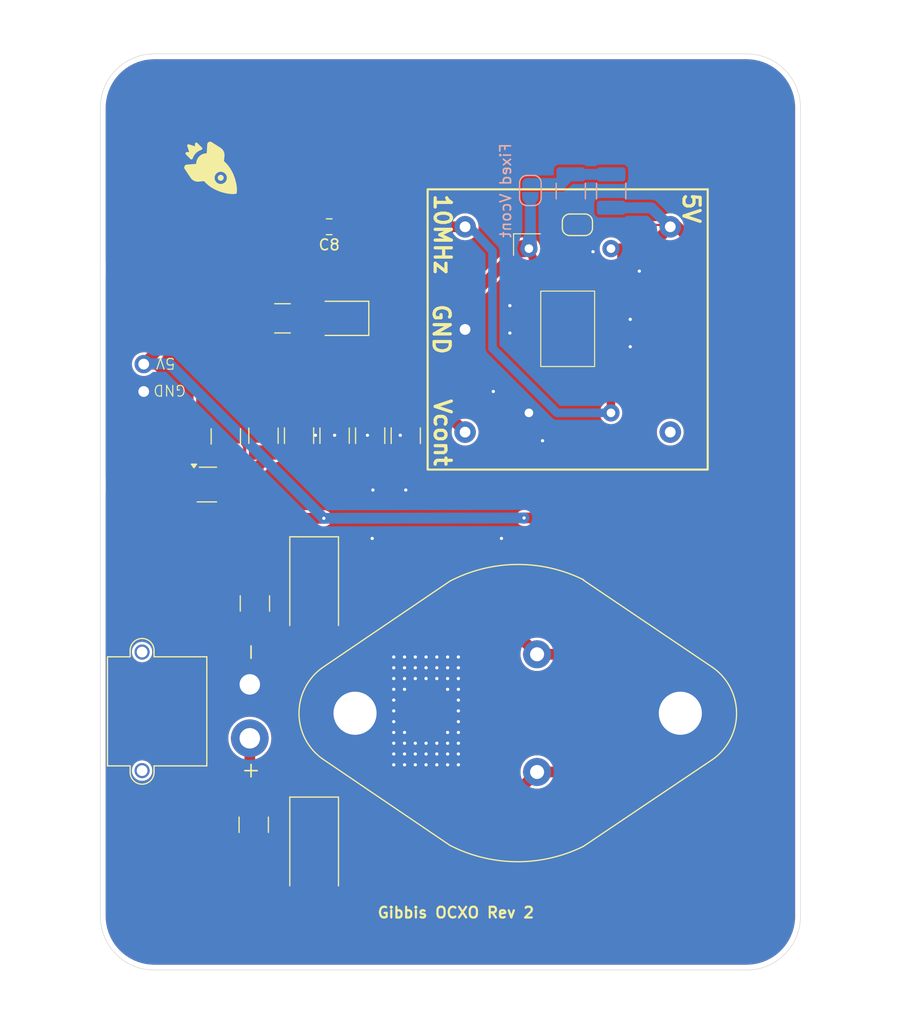
<source format=kicad_pcb>
(kicad_pcb (version 20240108) (generator "pcbnew") (generator_version "8.0")
  (layers (0 "F.Cu" signal) (31 "B.Cu" signal) (34 "B.Paste" user) (35 "F.Paste" user) (36 "B.SilkS" user "B.Silkscreen") (37 "F.SilkS" user "F.Silkscreen") (38 "B.Mask" user) (39 "F.Mask" user) (44 "Edge.Cuts" user))
  (net 0 "")
  (net 1 "Net-(U1-IN)")
  (net 2 "GND")
  (net 3 "Vcont")
  (net 4 "5V")
  (net 5 "Net-(C6-Pad2)")
  (net 7 "10MHz")
  (net 8 "Net-(D1-A)")
  (net 9 "Net-(OCXO1-10MHz)")
  (net 10 "Net-(Vcont1-In)")
  (net 11 "Net-(FixedVcont1-B)")
  (net 12 "Net-(FixedVcont1-A)")
  (footprint "Diode_SMD:D_1210_3225Metric_Pad1.42x2.65mm_HandSolder" (layer "F.Cu") (at 112.464466 74.535534 180)
    (property "Reference" "D1" (hide yes))
    (property "Value" "LED" (hide yes))
    (pad "1" smd roundrect (at -1.4875 0 180) (size 1.425 2.65) (layers "F.Cu" "F.Paste" "F.Mask") (roundrect_rratio 0.175439) (net 2 "GND"))
    (pad "2" smd roundrect (at 1.4875 0 180) (size 1.425 2.65) (layers "F.Cu" "F.Paste" "F.Mask") (roundrect_rratio 0.175439) (net 8 "Net-(D1-A)"))
  )
  (footprint "Capacitor_SMD:C_1210_3225Metric_Pad1.33x2.70mm_HandSolder" (layer "F.Cu") (at 101.65 85.4875 -90)
    (property "Reference" "C7" (hide yes))
    (property "Value" "C" (hide yes))
    (pad "1" smd roundrect (at -1.5625 0 270) (size 1.325 2.7) (layers "F.Cu" "F.Paste" "F.Mask") (roundrect_rratio 0.188679) (net 2 "GND"))
    (pad "2" smd roundrect (at 1.5625 0 270) (size 1.325 2.7) (layers "F.Cu" "F.Paste" "F.Mask") (roundrect_rratio 0.188679) (net 4 "5V"))
  )
  (footprint "gibbi:MULTI_XO" (layer "F.Cu") (at 133.386793 75.565707 -90)
    (property "Reference" "OCXO1" (hide yes))
    (property "Value" "~" (hide yes))
    (fp_line (start -6.7 3.25) (end -3.440004 2.499971) (stroke (width 0.8)) (layer "F.Cu"))
    (fp_line (start 0 1) (end 0 0.5) (stroke (width 0.2)) (layer "F.Cu"))
    (fp_line (start 2.54 1) (end 2.54 0) (stroke (width 0.4)) (layer "F.Cu"))
    (fp_line (start -9.7 0.5) (end -9.7 -0.2) (stroke (width 0.2)) (layer "F.Cu"))
    (fp_line (start 0 0.5) (end -9.7 0.5) (stroke (width 0.2)) (layer "F.Cu"))
    (fp_line (start -5.46 0) (end -5.46 -2) (stroke (width 0.4)) (layer "F.Cu"))
    (fp_line (start 2.54 -0.02) (end -5.46 -0.02) (stroke (width 0.4)) (layer "F.Cu"))
    (fp_line (start -9.7 -1.4) (end -9.7 -8.6) (stroke (width 0.2)) (layer "F.Cu"))
    (fp_line (start 3.025 -3.475) (end 3.44 -4) (stroke (width 0.8)) (layer "F.Cu"))
    (fp_line (start 3.44 -4) (end 7.74 -4.02) (stroke (width 0.8)) (layer "F.Cu"))
    (fp_line (start -7.475 -7.475) (end -7.475 -4.475) (stroke (width 1)) (layer "F.Cu"))
    (fp_line (start -8.975 -8.975) (end -7.475 -7.475) (stroke (width 1)) (layer "F.Cu"))
    (fp_rect (start -7.3 -5.2) (end -3.44 -4.6) (fill solid) (layer "F.Cu"))
    (fp_rect (start -3.44 -5.2) (end -2.9 -4) (fill solid) (layer "F.Cu"))
    (fp_line (start -7.26 6.98) (end -10.025 9.525) (stroke (width 0.8)) (layer "B.Cu"))
    (fp_line (start 1.74 6.98) (end -7.26 6.98) (stroke (width 0.8)) (layer "B.Cu"))
    (fp_line (start 7.74 0.98) (end 1.74 6.98) (stroke (width 0.8)) (layer "B.Cu"))
    (fp_line (start 7.74 -4.02) (end 7.74 0.98) (stroke (width 0.8)) (layer "B.Cu"))
    (fp_text user "Vcont" (at 6.3 12.5 -90) (layer "F.SilkS") (effects (font (size 1.5 1.5) (thickness 0.3) (bold yes)) (justify left bottom)))
    (fp_text user "5V" (at -12.8 -10.6 -90) (layer "F.SilkS") (effects (font (size 1.5 1.5) (thickness 0.3) (bold yes)) (justify left bottom)))
    (fp_text user "GND" (at -2.5 12.599999 -90) (layer "F.SilkS") (effects (font (size 1.5 1.5) (thickness 0.3) (bold yes)) (justify left bottom)))
    (fp_text user "10MHz" (at -12.7 12.5 -90) (layer "F.SilkS") (effects (font (size 1.5 1.5) (thickness 0.3) (bold yes)) (justify left bottom)))
    (pad "" thru_hole circle (at -7.5 -4.02 270) (size 1.6 1.6) (drill 0.8) (layers "*.Cu" "*.Mask"))
    (pad "" smd rect (at -2.54 -2.5 90) (size 1.8 3) (layers "F.Cu" "F.Paste" "F.Mask"))
    (pad "" smd rect (at -2.54 2.5 270) (size 1.8 3) (layers "F.Cu" "F.Paste" "F.Mask"))
    (pad "" smd rect (at 0 -2.5 270) (size 1.8 3) (layers "F.Cu" "F.Paste" "F.Mask"))
    (pad "" smd rect (at 0 2.5 270) (size 1.8 3) (layers "F.Cu" "F.Paste" "F.Mask"))
    (pad "" smd rect (at 2.54 -2.5 270) (size 1.8 3) (layers "F.Cu" "F.Paste" "F.Mask"))
    (pad "" thru_hole circle (at 7.74 -4.02 270) (size 1.6 1.6) (drill 0.8) (layers "*.Cu" "*.Mask"))
    (pad "1" thru_hole circle (at -9.525 9.525 270) (size 2 2) (drill 1) (layers "*.Cu" "*.Mask") (net 9 "Net-(OCXO1-10MHz)"))
    (pad "2" thru_hole circle (at 0 9.525 270) (size 2 2) (drill 1) (layers "*.Cu" "*.Mask") (net 2 "GND"))
    (pad "2" smd rect (at 2.54 2.5 270) (size 1.8 3) (layers "F.Cu" "F.Paste" "F.Mask") (net 2 "GND"))
    (pad "2" thru_hole circle (at 7.74 3.6 270) (size 1.6 1.6) (drill 0.8) (layers "*.Cu" "*.Mask") (net 2 "GND"))
    (pad "3" thru_hole circle (at -7.5 3.6 270) (size 1.6 1.6) (drill 0.8) (layers "*.Cu" "*.Mask") (net 11 "Net-(FixedVcont1-B)"))
    (pad "3" thru_hole circle (at 9.525 9.525 270) (size 2 2) (drill 1) (layers "*.Cu" "*.Mask") (net 11 "Net-(FixedVcont1-B)"))
    (pad "4" thru_hole circle (at 9.525 -9.525 270) (size 2 2) (drill 1) (layers "*.Cu" "*.Mask"))
    (pad "5" thru_hole circle (at -9.525 -9.525 270) (size 2 2) (drill 1) (layers "*.Cu" "*.Mask") (net 4 "5V"))
  )
  (footprint "gibbi_custom:SMA_EDGE_GIBBI" (layer "F.Cu") (at 95 70)
    (property "Reference" "10MHz1" (hide yes))
    (property "Value" "10MHz" (hide yes))
    (pad "1" smd roundrect (at -1.72 0) (size 5.08 1) (layers "F.Cu" "F.Paste" "F.Mask") (net 7 "10MHz"))
    (pad "2" smd roundrect (at -1.72 -4.38) (size 5.08 2.42) (layers "F.Cu" "F.Paste" "F.Mask") (roundrect_rratio 0.1033057851) (net 2 "GND"))
    (pad "2" smd roundrect (at -1.72 -4.38) (size 5.08 2.42) (layers "B.Cu" "B.Paste" "B.Mask") (roundrect_rratio 0.1033057851) (net 2 "GND"))
    (pad "2" smd roundrect (at -1.72 4.38) (size 5.08 2.42) (layers "F.Cu" "F.Paste" "F.Mask") (roundrect_rratio 0.1033057851) (net 2 "GND"))
    (pad "2" smd roundrect (at -1.72 4.38) (size 5.08 2.42) (layers "B.Cu" "B.Paste" "B.Mask") (roundrect_rratio 0.1033057851) (net 2 "GND"))
  )
  (footprint "Capacitor_Tantalum_SMD:CP_EIA-7343-43_Kemet-X_Pad2.25x2.55mm_HandSolder" (layer "F.Cu") (at 109.85 123.5375 -90)
    (property "Reference" "C2" (hide yes))
    (property "Value" "1000uf" (hide yes))
    (pad "1" smd roundrect (at -3.2 0 270) (size 2.25 2.55) (layers "F.Cu" "F.Paste" "F.Mask") (roundrect_rratio 0.111111) (net 1 "Net-(U1-IN)"))
    (pad "2" smd roundrect (at 3.2 0 270) (size 2.25 2.55) (layers "F.Cu" "F.Paste" "F.Mask") (roundrect_rratio 0.111111) (net 2 "GND"))
  )
  (footprint "Resistor_SMD:R_1210_3225Metric_Pad1.30x2.65mm_HandSolder" (layer "F.Cu") (at 115.052 85.4215 -90)
    (property "Reference" "R5" (hide yes))
    (property "Value" "1202" (hide yes))
    (pad "1" smd roundrect (at -1.550001 0 270) (size 1.3 2.65) (layers "F.Cu" "F.Paste" "F.Mask") (roundrect_rratio 0.192308) (net 11 "Net-(FixedVcont1-B)"))
    (pad "2" smd roundrect (at 1.550001 0 270) (size 1.3 2.65) (layers "F.Cu" "F.Paste" "F.Mask") (roundrect_rratio 0.192308) (net 5 "Net-(C6-Pad2)"))
  )
  (footprint "gibbi:Simple5V" (layer "F.Cu") (at 94.027 81.324 180)
    (property "Reference" "J2" (hide yes))
    (property "Value" "5Vout" (hide yes))
    (fp_text user "GND" (at -4 0.7 180) (layer "F.SilkS") (effects (font (thickness 0.1)) (justify left bottom)))
    (fp_text user "5V" (at -3 3.2 180) (layer "F.SilkS") (effects (font (thickness 0.1)) (justify left bottom)))
    (pad "1" thru_hole roundrect (at 0 0 180) (size 1.7 1.7) (drill 1) (layers "*.Cu" "*.Mask") (roundrect_rratio 0.1470588235) (net 2 "GND"))
    (pad "2" thru_hole oval (at 0 2.54 180) (size 1.7 1.7) (drill 1) (layers "*.Cu" "*.Mask") (net 4 "5V"))
  )
  (footprint "Resistor_SMD:R_1210_3225Metric_Pad1.30x2.65mm_HandSolder" (layer "F.Cu") (at 106.914465 74.535534)
    (property "Reference" "R2" (hide yes))
    (property "Value" "R" (hide yes))
    (pad "1" smd roundrect (at -1.550001 0) (size 1.3 2.65) (layers "F.Cu" "F.Paste" "F.Mask") (roundrect_rratio 0.192308) (net 4 "5V"))
    (pad "2" smd roundrect (at 1.550001 0) (size 1.3 2.65) (layers "F.Cu" "F.Paste" "F.Mask") (roundrect_rratio 0.192308) (net 8 "Net-(D1-A)"))
  )
  (footprint "gibbi:TO-7805" (layer "F.Cu") (at 130.546 116.623 180)
    (property "Reference" "U1" (hide yes))
    (property "Value" "L7805" (hide yes))
    (pad "1" thru_hole circle (at 0 0 180) (size 2.6 2.6) (drill 1.3) (layers "*.Cu" "*.Mask") (net 1 "Net-(U1-IN)"))
    (pad "2" thru_hole circle (at -13.3 5.45 180) (size 6.35 6.35) (drill 4) (layers "*.Cu" "*.Mask") (net 2 "GND"))
    (pad "2" thru_hole circle (at 16.900001 5.45 180) (size 6.35 6.35) (drill 4) (layers "*.Cu" "*.Mask") (net 2 "GND"))
    (pad "3" thru_hole circle (at 0 10.92 180) (size 2.6 2.6) (drill 1.3) (layers "*.Cu" "*.Mask") (net 4 "5V"))
  )
  (footprint "Resistor_SMD:R_1210_3225Metric_Pad1.30x2.65mm_HandSolder" (layer "F.Cu") (at 118.354 85.4215 90)
    (property "Reference" "R6" (hide yes))
    (property "Value" "3302" (hide yes))
    (pad "1" smd roundrect (at -1.550001 0 90) (size 1.3 2.65) (layers "F.Cu" "F.Paste" "F.Mask") (roundrect_rratio 0.192308) (net 2 "GND"))
    (pad "2" smd roundrect (at 1.550001 0 90) (size 1.3 2.65) (layers "F.Cu" "F.Paste" "F.Mask") (roundrect_rratio 0.192308) (net 11 "Net-(FixedVcont1-B)"))
  )
  (footprint "Capacitor_Tantalum_SMD:CP_EIA-7343-43_Kemet-X_Pad2.25x2.55mm_HandSolder" (layer "F.Cu") (at 109.85 99.3875 -90)
    (property "Reference" "C3" (hide yes))
    (property "Value" "1000uf" (hide yes))
    (pad "1" smd roundrect (at -3.2 0 270) (size 2.25 2.55) (layers "F.Cu" "F.Paste" "F.Mask") (roundrect_rratio 0.111111) (net 4 "5V"))
    (pad "2" smd roundrect (at 3.2 0 270) (size 2.25 2.55) (layers "F.Cu" "F.Paste" "F.Mask") (roundrect_rratio 0.111111) (net 2 "GND"))
  )
  (footprint "Capacitor_SMD:C_0805_2012Metric_Pad1.18x1.45mm_HandSolder" (layer "F.Cu") (at 111.247107 66.0375 180)
    (property "Reference" "C8" (at 0 -1.679999 0) (layer "F.SilkS"))
    (property "Value" "C")
    (pad "1" smd roundrect (at -1.0375 0 180) (size 1.175 1.45) (layers "F.Cu" "F.Paste" "F.Mask") (roundrect_rratio 0.212766) (net 9 "Net-(OCXO1-10MHz)"))
    (pad "2" smd roundrect (at 1.0375 0 180) (size 1.175 1.45) (layers "F.Cu" "F.Paste" "F.Mask") (roundrect_rratio 0.212766) (net 7 "10MHz"))
  )
  (footprint "Jumper:SolderJumper-2_P1.3mm_Open_RoundedPad1.0x1.5mm" (layer "F.Cu") (at 134.290001 65.855)
    (property "Reference" "FixedVcont1" (hide yes))
    (property "Value" "Fixed Vcont" (hide yes))
    (pad "1" smd custom (at -0.649999 0) (size 1 0.5) (layers "F.Cu" "F.Mask") (net 12 "Net-(FixedVcont1-A)") (options (clearance outline) (anchor rect)) (primitives (gr_circle (center 0 0.25) (end 0.5 0.25) (width 0) (fill yes)) (gr_circle (center 0 -0.25) (end 0.5 -0.25) (width 0) (fill yes)) (gr_poly (pts (xy 0.5 0.75) (xy 0 0.75) (xy 0 -0.75) (xy 0.5 -0.75)) (width 0) (fill yes))))
    (pad "2" smd custom (at 0.649999 0) (size 1 0.5) (layers "F.Cu" "F.Mask") (net 11 "Net-(FixedVcont1-B)") (options (clearance outline) (anchor rect)) (primitives (gr_circle (center 0 0.25) (end 0.5 0.25) (width 0) (fill yes)) (gr_circle (center 0 -0.25) (end 0.5 -0.25) (width 0) (fill yes)) (gr_poly (pts (xy 0 0.75) (xy -0.5 0.75) (xy -0.5 -0.75) (xy 0 -0.75)) (width 0) (fill yes))))
  )
  (footprint "Capacitor_SMD:C_1210_3225Metric_Pad1.33x2.70mm_HandSolder" (layer "F.Cu") (at 105.146 85.4215 -90)
    (property "Reference" "C5" (hide yes))
    (property "Value" "225" (hide yes))
    (pad "1" smd roundrect (at -1.5625 0 270) (size 1.325 2.7) (layers "F.Cu" "F.Paste" "F.Mask") (roundrect_rratio 0.188679) (net 2 "GND"))
    (pad "2" smd roundrect (at 1.5625 0 270) (size 1.325 2.7) (layers "F.Cu" "F.Paste" "F.Mask") (roundrect_rratio 0.188679) (net 3 "Vcont"))
  )
  (footprint "Capacitor_SMD:C_1210_3225Metric_Pad1.33x2.70mm_HandSolder" (layer "F.Cu") (at 104.24 121.5175 -90)
    (property "Reference" "C1" (hide yes))
    (property "Value" "0.1uf" (hide yes))
    (pad "1" smd roundrect (at -1.5625 0 270) (size 1.325 2.7) (layers "F.Cu" "F.Paste" "F.Mask") (roundrect_rratio 0.188679) (net 1 "Net-(U1-IN)"))
    (pad "2" smd roundrect (at 1.5625 0 270) (size 1.325 2.7) (layers "F.Cu" "F.Paste" "F.Mask") (roundrect_rratio 0.188679) (net 2 "GND"))
  )
  (footprint "Capacitor_SMD:C_1210_3225Metric_Pad1.33x2.70mm_HandSolder" (layer "F.Cu") (at 104.35 100.9875 -90)
    (property "Reference" "C4" (hide yes))
    (property "Value" "0.1uf" (hide yes))
    (pad "1" smd roundrect (at -1.5625 0 270) (size 1.325 2.7) (layers "F.Cu" "F.Paste" "F.Mask") (roundrect_rratio 0.188679) (net 4 "5V"))
    (pad "2" smd roundrect (at 1.5625 0 270) (size 1.325 2.7) (layers "F.Cu" "F.Paste" "F.Mask") (roundrect_rratio 0.188679) (net 2 "GND"))
  )
  (footprint "Connector_AMASS:AMASS_XT30PW-M_1x02_P2.50mm_Horizontal" (layer "F.Cu") (at 103.876 108.497 90)
    (property "Reference" "J1" (hide yes))
    (property "Value" "DC Connector" (hide yes))
    (fp_text user "+" (at -8 0 90) (layer "F.SilkS") (effects (font (size 1.5 1.5))))
    (fp_text user "-" (at 3 0 90) (layer "F.SilkS") (effects (font (size 1.5 1.5))))
    (pad "" thru_hole circle (at -8 -10 90) (size 1.4 1.4) (drill 1) (layers "*.Cu" "*.Mask"))
    (pad "" thru_hole circle (at 3 -10 90) (size 1.4 1.4) (drill 1) (layers "*.Cu" "*.Mask"))
    (pad "1" thru_hole rect (at 0 0 90) (size 3.5 3.5) (drill 1.9) (layers "*.Cu" "*.Mask") (net 2 "GND"))
    (pad "2" thru_hole circle (at -5 0 90) (size 3.5 3.5) (drill 1.9) (layers "*.Cu" "*.Mask") (net 1 "Net-(U1-IN)"))
  )
  (footprint "gibbi_custom:SMA_EDGE_GIBBI" (layer "F.Cu") (at 95 90)
    (property "Reference" "Vcont1" (hide yes))
    (property "Value" "Vcont" (hide yes))
    (pad "1" smd roundrect (at -1.72 0) (size 5.08 1) (layers "F.Cu" "F.Paste" "F.Mask") (net 10 "Net-(Vcont1-In)"))
    (pad "2" smd roundrect (at -1.72 -4.38) (size 5.08 2.42) (layers "F.Cu" "F.Paste" "F.Mask") (roundrect_rratio 0.1033057851) (net 2 "GND"))
    (pad "2" smd roundrect (at -1.72 -4.38) (size 5.08 2.42) (layers "B.Cu" "B.Paste" "B.Mask") (roundrect_rratio 0.1033057851) (net 2 "GND"))
    (pad "2" smd roundrect (at -1.72 4.38) (size 5.08 2.42) (layers "F.Cu" "F.Paste" "F.Mask") (roundrect_rratio 0.1033057851) (net 2 "GND"))
    (pad "2" smd roundrect (at -1.72 4.38) (size 5.08 2.42) (layers "B.Cu" "B.Paste" "B.Mask") (roundrect_rratio 0.1033057851) (net 2 "GND"))
  )
  (footprint "Capacitor_SMD:C_1210_3225Metric_Pad1.33x2.70mm_HandSolder" (layer "F.Cu") (at 111.75 85.4215 -90)
    (property "Reference" "C6" (hide yes))
    (property "Value" "C" (hide yes))
    (pad "1" smd roundrect (at -1.5625 0 270) (size 1.325 2.7) (layers "F.Cu" "F.Paste" "F.Mask") (roundrect_rratio 0.188679) (net 2 "GND"))
    (pad "2" smd roundrect (at 1.5625 0 270) (size 1.325 2.7) (layers "F.Cu" "F.Paste" "F.Mask") (roundrect_rratio 0.188679) (net 5 "Net-(C6-Pad2)"))
  )
  (footprint "Resistor_SMD:R_1210_3225Metric_Pad1.30x2.65mm_HandSolder" (layer "F.Cu") (at 108.448 85.4215 90)
    (property "Reference" "R1" (hide yes))
    (property "Value" "1500" (hide yes))
    (pad "1" smd roundrect (at -1.550001 0 90) (size 1.3 2.65) (layers "F.Cu" "F.Paste" "F.Mask") (roundrect_rratio 0.192308) (net 5 "Net-(C6-Pad2)"))
    (pad "2" smd roundrect (at 1.550001 0 90) (size 1.3 2.65) (layers "F.Cu" "F.Paste" "F.Mask") (roundrect_rratio 0.192308) (net 3 "Vcont"))
  )
  (footprint "Package_TO_SOT_SMD:SOT-23-5_HandSoldering" (layer "F.Cu") (at 99.892 89.955)
    (property "Reference" "U2" (hide yes))
    (property "Value" "74AHCT1G125" (hide yes))
    (pad "1" smd roundrect (at -1.35 -0.95) (size 1.56 0.65) (layers "F.Cu" "F.Paste" "F.Mask") (net 2 "GND"))
    (pad "2" smd roundrect (at -1.35 0) (size 1.56 0.65) (layers "F.Cu" "F.Paste" "F.Mask") (net 10 "Net-(Vcont1-In)"))
    (pad "3" smd roundrect (at -1.35 0.95) (size 1.56 0.65) (layers "F.Cu" "F.Paste" "F.Mask") (net 2 "GND"))
    (pad "4" smd roundrect (at 1.35 0.95) (size 1.56 0.65) (layers "F.Cu" "F.Paste" "F.Mask") (net 3 "Vcont"))
    (pad "5" smd roundrect (at 1.35 -0.95) (size 1.56 0.65) (layers "F.Cu" "F.Paste" "F.Mask") (net 4 "5V"))
  )
  (footprint "Resistor_SMD:R_1210_3225Metric_Pad1.30x2.65mm_HandSolder" (layer "B.Cu") (at 133.675 62.725002 -90)
    (property "Reference" "R4" (hide yes))
    (property "Value" "R" (hide yes))
    (pad "1" smd roundrect (at -1.550001 0 270) (size 1.3 2.65) (layers "B.Cu" "B.Paste" "B.Mask") (roundrect_rratio 0.192308) (net 12 "Net-(FixedVcont1-A)"))
    (pad "2" smd roundrect (at 1.550001 0 270) (size 1.3 2.65) (layers "B.Cu" "B.Paste" "B.Mask") (roundrect_rratio 0.192308) (net 2 "GND"))
  )
  (footprint "Resistor_SMD:R_1210_3225Metric_Pad1.30x2.65mm_HandSolder" (layer "B.Cu") (at 137.425 62.725002 90)
    (property "Reference" "R3" (hide yes))
    (property "Value" "R" (hide yes))
    (pad "1" smd roundrect (at -1.550001 0 90) (size 1.3 2.65) (layers "B.Cu" "B.Paste" "B.Mask") (roundrect_rratio 0.192308) (net 4 "5V"))
    (pad "2" smd roundrect (at 1.550001 0 90) (size 1.3 2.65) (layers "B.Cu" "B.Paste" "B.Mask") (roundrect_rratio 0.192308) (net 12 "Net-(FixedVcont1-A)"))
  )
  (footprint "Jumper:SolderJumper-2_P1.3mm_Open_RoundedPad1.0x1.5mm" (layer "B.Cu") (at 129.925 62.675001 -90)
    (property "Reference" "FixedVcont1" (hide yes))
    (property "Value" "Fixed Vcont" (at 0 2.2965 90) (layer "B.SilkS") (effects (justify mirror)))
    (pad "1" smd custom (at -0.649999 0 270) (size 1 0.5) (layers "B.Cu" "B.Mask") (net 12 "Net-(FixedVcont1-A)") (options (clearance outline) (anchor rect)) (primitives (gr_circle (center 0 -0.25) (end 0.5 -0.25) (width 0) (fill yes)) (gr_circle (center 0 0.25) (end 0.5 0.25) (width 0) (fill yes)) (gr_poly (pts (xy 0.5 -0.75) (xy 0 -0.75) (xy 0 0.75) (xy 0.5 0.75)) (width 0) (fill yes))))
    (pad "2" smd custom (at 0.649999 0 270) (size 1 0.5) (layers "B.Cu" "B.Mask") (net 11 "Net-(FixedVcont1-B)") (options (clearance outline) (anchor rect)) (primitives (gr_circle (center 0 -0.25) (end 0.5 -0.25) (width 0) (fill yes)) (gr_circle (center 0 0.25) (end 0.5 0.25) (width 0) (fill yes)) (gr_poly (pts (xy 0 -0.75) (xy -0.5 -0.75) (xy -0.5 0.75) (xy 0 0.75)) (width 0) (fill yes))))
  )
  (gr_poly (pts (xy 101.360912 61.698921) (xy 101.350273 61.708056) (xy 101.339293 61.716562) (xy 101.327993 61.724436) (xy 101.316402 61.731679) (xy 101.30454 61.738297) (xy 101.292433 61.744282) (xy 101.280106 61.749636) (xy 101.267583 61.754361) (xy 101.25489 61.758455) (xy 101.24205 61.761922) (xy 101.229087 61.764757) (xy 101.216026 61.766961) (xy 101.20289 61.768537) (xy 101.189709 61.769481) (xy 101.176502 61.769797) (xy 101.163294 61.769481) (xy 101.150111 61.768537) (xy 101.136976 61.766962) (xy 101.123914 61.764757) (xy 101.110952 61.761921) (xy 101.098113 61.758458) (xy 101.085418 61.754361) (xy 101.072894 61.749636) (xy 101.060567 61.744281) (xy 101.048462 61.738297) (xy 101.036601 61.731682) (xy 101.025006 61.724436) (xy 101.013709 61.716562) (xy 101.002727 61.708056) (xy 100.992087 61.698921) (xy 100.981816 61.689155) (xy 100.972051 61.678884) (xy 100.962917 61.668246) (xy 100.954411 61.657264) (xy 100.946534 61.645964) (xy 100.939289 61.634372) (xy 100.932674 61.62251) (xy 100.926692 61.610404) (xy 100.921336 61.598077) (xy 100.91661 61.585554) (xy 100.912516 61.57286) (xy 100.909051 61.560019) (xy 100.906216 61.547057) (xy 100.904011 61.533996) (xy 100.902434 61.520862) (xy 100.901492 61.507679) (xy 100.901176 61.494471) (xy 100.90149 61.481263) (xy 100.902434 61.468081) (xy 100.904011 61.454945) (xy 100.906216 61.441885) (xy 100.909049 61.428923) (xy 100.912516 61.416081) (xy 100.916611 61.403388) (xy 100.921336 61.390865) (xy 100.926691 61.378538) (xy 100.932674 61.366433) (xy 100.939292 61.35457) (xy 100.946534 61.342977) (xy 100.954411 61.331678) (xy 100.962916 61.320697) (xy 100.97205 61.310059) (xy 100.981816 61.299786) (xy 100.992088 61.290021) (xy 101.002725 61.280886) (xy 101.013708 61.272381) (xy 101.025007 61.264506) (xy 101.036599 61.257261) (xy 101.048461 61.250646) (xy 101.060567 61.24466) (xy 101.072896 61.239305) (xy 101.085418 61.234581) (xy 101.098113 61.230486) (xy 101.110954 61.227022) (xy 101.123916 61.224185) (xy 101.136977 61.221981) (xy 101.150109 61.220406) (xy 101.163292 61.219461) (xy 101.176501 61.219146) (xy 101.189709 61.219461) (xy 101.20289 61.220406) (xy 101.216027 61.221981) (xy 101.229087 61.224185) (xy 101.242049 61.227021) (xy 101.25489 61.230486) (xy 101.267583 61.234581) (xy 101.280104 61.239306) (xy 101.292431 61.244661) (xy 101.304538 61.250646) (xy 101.3164 61.257261) (xy 101.327992 61.264506) (xy 101.339294 61.272381) (xy 101.350273 61.280887) (xy 101.360912 61.290021) (xy 101.371185 61.299786) (xy 101.38095 61.310059) (xy 101.390085 61.320698) (xy 101.398591 61.331678) (xy 101.406464 61.342978) (xy 101.413709 61.35457) (xy 101.420326 61.366433) (xy 101.426309 61.378539) (xy 101.431664 61.390866) (xy 101.436391 61.403388) (xy 101.440485 61.416082) (xy 101.44395 61.428923) (xy 101.446786 61.441884) (xy 101.44899 61.454946) (xy 101.450566 61.468081) (xy 101.451511 61.481264) (xy 101.451827 61.494471) (xy 101.451512 61.507679) (xy 101.450565 61.520862) (xy 101.448992 61.533996) (xy 101.446786 61.547056) (xy 101.443952 61.560019) (xy 101.440487 61.57286) (xy 101.436391 61.585553) (xy 101.431666 61.598076) (xy 101.426311 61.610404) (xy 101.420324 61.622509) (xy 101.413709 61.634371) (xy 101.406464 61.645965) (xy 101.39859 61.657264) (xy 101.390084 61.668245) (xy 101.38095 61.678883) (xy 101.371185 61.689155)) (stroke (width -0.000001)) (fill solid) (layer "F.SilkS"))
  (gr_poly (pts (xy 102.582444 62.979924) (xy 102.522123 62.990433) (xy 102.461519 62.998198) (xy 102.400685 63.003401) (xy 102.339669 63.006235) (xy 102.278515 63.006889) (xy 102.217273 63.005552) (xy 102.155988 63.002414) (xy 102.09471 62.997664) (xy 102.033483 62.991491) (xy 101.972356 62.984085) (xy 101.91138 62.975634) (xy 101.790054 62.956361) (xy 101.669889 62.935185) (xy 101.525361 62.903031) (xy 101.381728 62.865861) (xy 101.239275 62.823652) (xy 101.098294 62.776384) (xy 100.959071 62.724032) (xy 100.821898 62.666572) (xy 100.687062 62.603983) (xy 100.554852 62.536243) (xy 100.425558 62.463327) (xy 100.299467 62.385214) (xy 100.176866 62.30188) (xy 100.058047 62.213303) (xy 99.943299 62.119459) (xy 99.832908 62.020328) (xy 99.727166 61.915883) (xy 99.626359 61.806105) (xy 99.489525 61.819069) (xy 99.352755 61.832895) (xy 99.215944 61.846125) (xy 99.14749 61.852062) (xy 99.078983 61.857301) (xy 99.028514 61.857721) (xy 98.978266 61.854785) (xy 98.928405 61.848581) (xy 98.879091 61.839201) (xy 98.830488 61.826737) (xy 98.782759 61.811276) (xy 98.736068 61.792914) (xy 98.69057 61.771736) (xy 98.646436 61.747837) (xy 98.603826 61.721306) (xy 98.562903 61.692234) (xy 98.523824 61.66071) (xy 98.48676 61.626828) (xy 98.451867 61.590675) (xy 98.419312 61.552344) (xy 98.389255 61.511926) (xy 98.10451 61.087) (xy 97.962709 60.874165) (xy 97.82231 60.660495) (xy 97.814123 60.646326) (xy 97.807097 60.631791) (xy 97.801205 60.616943) (xy 97.796423 60.601829) (xy 97.792725 60.5865) (xy 97.790085 60.571007) (xy 97.788482 60.555397) (xy 97.787888 60.539722) (xy 97.788277 60.524029) (xy 97.789624 60.50837) (xy 97.791909 60.492793) (xy 97.795102 60.477351) (xy 97.799176 60.462088) (xy 97.804112 60.44706) (xy 97.809881 60.432311) (xy 97.81646 60.417893) (xy 97.82382 60.403858) (xy 97.831943 60.390253) (xy 97.840796 60.377128) (xy 97.850361 60.364534) (xy 97.860608 60.352519) (xy 97.871516 60.341133) (xy 97.883056 60.330426) (xy 97.895205 60.320448) (xy 97.907935 60.311248) (xy 97.921226 60.302877) (xy 97.935049 60.295384) (xy 97.949384 60.288817) (xy 97.964201 60.283229) (xy 97.979473 60.278667) (xy 97.99518 60.27518) (xy 98.011297 60.272818) (xy 98.89388 60.202521) (xy 98.895655 60.157953) (xy 98.899272 60.113453) (xy 98.904724 60.06911) (xy 98.91201 60.025015) (xy 98.921125 59.981256) (xy 98.932066 59.937926) (xy 98.94483 59.89511) (xy 98.959417 59.852902) (xy 98.975817 59.811389) (xy 98.994031 59.770662) (xy 99.014055 59.730811) (xy 99.035887 59.691925) (xy 99.059525 59.654094) (xy 99.084961 59.61741) (xy 99.112191 59.581958) (xy 99.141219 59.547833) (xy 99.176175 59.509925) (xy 99.213161 59.474284) (xy 99.252041 59.440917) (xy 99.29268 59.409839) (xy 99.334941 59.381051) (xy 99.378686 59.354569) (xy 99.423784 59.3304) (xy 99.470094 59.308553) (xy 99.517484 59.289036) (xy 99.565815 59.271863) (xy 99.614952 59.257039) (xy 99.664758 59.244575) (xy 99.7151 59.234479) (xy 99.765837 59.226762) (xy 99.816837 59.221433) (xy 99.867965 59.2185) (xy 99.87693 59.14204) (xy 99.883964 59.064886) (xy 99.889572 58.987214) (xy 99.894256 58.909198) (xy 99.902884 58.752832) (xy 99.907836 58.674831) (xy 99.913887 58.597188) (xy 99.915631 58.578793) (xy 99.916946 58.560311) (xy 99.918681 58.523158) (xy 99.919901 58.485883) (xy 99.921421 58.448637) (xy 99.922551 58.430073) (xy 99.924059 58.411573) (xy 99.92605 58.393156) (xy 99.928625 58.374843) (xy 99.931884 58.35665) (xy 99.93593 58.338598) (xy 99.940867 58.320705) (xy 99.946794 58.302992) (xy 99.952513 58.289887) (xy 99.958986 58.277251) (xy 99.966175 58.265098) (xy 99.974051 58.253439) (xy 99.982573 58.242289) (xy 99.991704 58.231658) (xy 100.001412 58.221561) (xy 100.011657 58.212013) (xy 100.022404 58.203024) (xy 100.033619 58.194608) (xy 100.04526 58.186779) (xy 100.057297 58.179548) (xy 100.06969 58.172929) (xy 100.082406 58.166935) (xy 100.095406 58.16158) (xy 100.108659 58.156876) (xy 100.122119 58.152836) (xy 100.135759 58.149474) (xy 100.14954 58.146802) (xy 100.163425 58.144832) (xy 100.177376 58.143579) (xy 100.191361 58.143055) (xy 100.205342 58.143274) (xy 100.219283 58.14425) (xy 100.233144 58.145993) (xy 100.246895 58.148517) (xy 100.260497 58.151836) (xy 100.273916 58.155962) (xy 100.287112 58.160909) (xy 100.300051 58.16669) (xy 100.312697 58.173317) (xy 100.325014 58.180803) (xy 100.748455 58.448574) (xy 101.171028 58.717747) (xy 101.2141 58.748272) (xy 101.254857 58.781634) (xy 101.293203 58.817639) (xy 101.329038 58.856097) (xy 101.362269 58.896812) (xy 101.3928 58.93959) (xy 101.420531 58.984239) (xy 101.445369 59.030563) (xy 101.467215 59.078372) (xy 101.485971 59.127467) (xy 101.501545 59.177661) (xy 101.513835 59.228756) (xy 101.522748 59.280558) (xy 101.528186 59.332876) (xy 101.530055 59.385515) (xy 101.528256 59.438283) (xy 101.517318 59.558453) (xy 101.505538 59.678543) (xy 101.493081 59.798563) (xy 101.480107 59.918529) (xy 101.479164 59.922008) (xy 101.478524 59.925373) (xy 101.478176 59.92863) (xy 101.478101 59.931782) (xy 101.478289 59.934836) (xy 101.478723 59.937796) (xy 101.47939 59.940666) (xy 101.480279 59.943451) (xy 101.481375 59.946156) (xy 101.482661 59.948785) (xy 101.484127 59.951347) (xy 101.485754 59.953839) (xy 101.487536 59.956272) (xy 101.489452 59.95865) (xy 101.493636 59.963254) (xy 101.498202 59.967688) (xy 101.503032 59.971997) (xy 101.513056 59.980375) (xy 101.518027 59.984523) (xy 101.522817 59.988693) (xy 101.527322 59.992924) (xy 101.531426 59.997258) (xy 101.635482 60.096302) (xy 101.734467 60.199893) (xy 101.828414 60.307763) (xy 101.91736 60.419644) (xy 102.001338 60.53527) (xy 102.066604 60.633608) (xy 101.586166 61.114046) (xy 101.550397 61.079708) (xy 101.511876 61.0485) (xy 101.470878 61.020671) (xy 101.427682 60.996472) (xy 101.405348 60.985811) (xy 101.382566 60.97615) (xy 101.359377 60.967523) (xy 101.335807 60.959958) (xy 101.311902 60.953489) (xy 101.287689 60.948146) (xy 101.263202 60.94396) (xy 101.238479 60.940963) (xy 101.213556 60.939185) (xy 101.188464 60.938659) (xy 101.160423 60.938106) (xy 101.132569 60.939144) (xy 101.104945 60.941729) (xy 101.077602 60.945815) (xy 101.050587 60.951357) (xy 101.023941 60.958313) (xy 100.997717 60.966637) (xy 100.971956 60.976283) (xy 100.946708 60.987208) (xy 100.92202 60.999366) (xy 100.897936 61.012717) (xy 100.8745 61.02721) (xy 100.851765 61.042803) (xy 100.829771 61.059453) (xy 100.808573 61.077114) (xy 100.788206 61.09574) (xy 100.768725 61.11529) (xy 100.750175 61.135717) (xy 100.732601 61.156976) (xy 100.716049 61.179024) (xy 100.70057 61.201815) (xy 100.686203 61.225306) (xy 100.672999 61.24945) (xy 100.661005 61.274205) (xy 100.650266 61.299526) (xy 100.640827 61.325367) (xy 100.632738 61.351684) (xy 100.626043 61.378432) (xy 100.620789 61.405567) (xy 100.617023 61.433046) (xy 100.61479 61.46082) (xy 100.614139 61.488849) (xy 100.613637 61.509502) (xy 100.613984 61.530105) (xy 100.615164 61.550635) (xy 100.617166 61.571071) (xy 100.619969 61.591389) (xy 100.623561 61.611572) (xy 100.633041 61.651429) (xy 100.645484 61.690467) (xy 100.660767 61.72851) (xy 100.678764 61.765379) (xy 100.699343 61.800899) (xy 100.722389 61.834892) (xy 100.747773 61.867183) (xy 100.775372 61.897594) (xy 100.805057 61.925946) (xy 100.836706 61.952068) (xy 100.870191 61.975778) (xy 100.905391 61.9969) (xy 100.923596 62.006437) (xy 100.942182 62.01526) (xy 100.960172 62.023312) (xy 100.978431 62.030665) (xy 100.996931 62.037326) (xy 101.015653 62.043292) (xy 101.034571 62.048569) (xy 101.053662 62.053159) (xy 101.072902 62.057064) (xy 101.092268 62.060287) (xy 101.131287 62.064696) (xy 101.170529 62.066408) (xy 101.209806 62.065442) (xy 101.248932 62.06182) (xy 101.287717 62.055562) (xy 101.325978 62.046688) (xy 101.36352 62.03522) (xy 101.400165 62.021177) (xy 101.418088 62.013196) (xy 101.435717 62.004581) (xy 101.453024 61.995332) (xy 101.469991 61.985452) (xy 101.486594 61.974945) (xy 101.502804 61.963811) (xy 101.5186 61.952054) (xy 101.533962 61.939676) (xy 101.561736 61.915985) (xy 101.587726 61.890473) (xy 101.611882 61.863282) (xy 101.634153 61.834551) (xy 101.654491 61.804424) (xy 101.672842 61.773038) (xy 101.689156 61.740537) (xy 101.703387 61.70706) (xy 101.71548 61.672748) (xy 101.725384 61.637742) (xy 101.733054 61.602182) (xy 101.738435 61.566209) (xy 101.741478 61.529966) (xy 101.742131 61.493591) (xy 101.740348 61.457226) (xy 101.736074 61.421011) (xy 101.732325 61.396235) (xy 101.727368 61.371773) (xy 101.721238 61.347655) (xy 101.713964 61.323914) (xy 101.705585 61.300578) (xy 101.696138 61.277682) (xy 101.685652 61.255256) (xy 101.674166 61.23333) (xy 101.661711 61.211937) (xy 101.648328 61.191106) (xy 101.618903 61.151261) (xy 101.586166 61.114046) (xy 102.066604 60.633608) (xy 102.080384 60.654373) (xy 102.154534 60.776687) (xy 102.223822 60.901943) (xy 102.288284 61.029875) (xy 102.347952 61.160214) (xy 102.402865 61.292696) (xy 102.453055 61.427052) (xy 102.498558 61.563014) (xy 102.53941 61.700316) (xy 102.575644 61.838691) (xy 102.607299 61.977871) (xy 102.629065 62.100004) (xy 102.648953 62.223273) (xy 102.665428 62.347321) (xy 102.671898 62.409521) (xy 102.676935 62.471781) (xy 102.680345 62.534051) (xy 102.681935 62.596289) (xy 102.681511 62.658449) (xy 102.678884 62.720483) (xy 102.673856 62.78235) (xy 102.666234 62.843999) (xy 102.655827 62.90539) (xy 102.642442 62.966475)) (stroke (width -0.000001)) (fill solid) (layer "F.SilkS"))
  (gr_poly (pts (xy 99.421234 58.879904) (xy 99.414813 58.885406) (xy 99.408009 58.890457) (xy 99.400832 58.895021) (xy 99.393292 58.899068) (xy 99.385401 58.902569) (xy 99.377167 58.905488) (xy 99.368597 58.907793) (xy 99.300659 58.931926) (xy 99.234438 58.960187) (xy 99.170104 58.992403) (xy 99.10783 59.028402) (xy 99.047787 59.068011) (xy 98.99015 59.111058) (xy 98.935087 59.15737) (xy 98.882772 59.206774) (xy 98.833378 59.2591) (xy 98.787078 59.314173) (xy 98.744043 59.371819) (xy 98.704442 59.431872) (xy 98.668456 59.494155) (xy 98.636247 59.558494) (xy 98.607992 59.624718) (xy 98.583864 59.692659) (xy 98.581561 59.700918) (xy 98.578688 59.708885) (xy 98.575277 59.716547) (xy 98.571356 59.723896) (xy 98.566953 59.730919) (xy 98.562096 59.737608) (xy 98.556818 59.743951) (xy 98.551142 59.749938) (xy 98.545099 59.755558) (xy 98.538719 59.760801) (xy 98.532029 59.765657) (xy 98.52506 59.770114) (xy 98.517839 59.774163) (xy 98.510394 59.777794) (xy 98.502752 59.780994) (xy 98.494949 59.783754) (xy 98.487005 59.786065) (xy 98.478956 59.787914) (xy 98.470824 59.789293) (xy 98.462645 59.790189) (xy 98.454442 59.790594) (xy 98.446247 59.790495) (xy 98.438084 59.789884) (xy 98.429988 59.788748) (xy 98.421985 59.787079) (xy 98.414103 59.784865) (xy 98.406372 59.782097) (xy 98.398819 59.778762) (xy 98.391473 59.774852) (xy 98.384368 59.770355) (xy 98.377524 59.765261) (xy 98.370976 59.759561) (xy 98.153655 59.543645) (xy 97.93748 59.326516) (xy 97.931119 59.319817) (xy 97.925446 59.312755) (xy 97.920448 59.305361) (xy 97.916117 59.297672) (xy 97.912433 59.289724) (xy 97.909391 59.281554) (xy 97.90697 59.273196) (xy 97.905164 59.264688) (xy 97.903959 59.256064) (xy 97.903341 59.247361) (xy 97.903302 59.238615) (xy 97.903819 59.22986) (xy 97.904889 59.221135) (xy 97.906496 59.212474) (xy 97.908628 59.203913) (xy 97.911269 59.195488) (xy 97.914411 59.187235) (xy 97.918039 59.17919) (xy 97.922142 59.171389) (xy 97.926707 59.163867) (xy 97.931718 59.156661) (xy 97.937164 59.149806) (xy 97.943038 59.143341) (xy 97.949318 59.137296) (xy 97.955997 59.131711) (xy 97.963061 59.126622) (xy 97.970498 59.122063) (xy 97.978297 59.118071) (xy 97.986441 59.114683) (xy 97.99492 59.111933) (xy 98.003719 59.109857) (xy 98.012831 59.108492) (xy 98.042242 59.107026) (xy 98.071689 59.106208) (xy 98.101164 59.105876) (xy 98.130661 59.105867) (xy 98.189676 59.106162) (xy 98.219178 59.10614) (xy 98.248665 59.105788) (xy 98.063663 58.546702) (xy 98.061395 58.538305) (xy 98.059828 58.529891) (xy 98.058937 58.521485) (xy 98.058698 58.51311) (xy 98.059087 58.50479) (xy 98.060081 58.496549) (xy 98.061658 58.488408) (xy 98.063792 58.480395) (xy 98.066456 58.472531) (xy 98.069635 58.464842) (xy 98.073297 58.45735) (xy 98.077423 58.450079) (xy 98.08199 58.443055) (xy 98.086971 58.436297) (xy 98.092343 58.429834) (xy 98.098082 58.423688) (xy 98.104165 58.417882) (xy 98.110569 58.41244) (xy 98.117269 58.407387) (xy 98.124242 58.402744) (xy 98.131462 58.398539) (xy 98.13891 58.394792) (xy 98.146559 58.39153) (xy 98.154387 58.388773) (xy 98.162367 58.386549) (xy 98.17048 58.384879) (xy 98.178699 58.383788) (xy 98.186997 58.383299) (xy 98.195358 58.383436) (xy 98.203753 58.384225) (xy 98.21216 58.385686) (xy 98.220554 58.387845) (xy 98.781625 58.572473) (xy 98.781687 58.543068) (xy 98.781516 58.513639) (xy 98.781062 58.454743) (xy 98.781066 58.425298) (xy 98.781417 58.395869) (xy 98.78226 58.366465) (xy 98.78374 58.337097) (xy 98.785066 58.327991) (xy 98.787107 58.3192) (xy 98.789832 58.310736) (xy 98.793201 58.302613) (xy 98.797175 58.294837) (xy 98.801723 58.287427) (xy 98.806805 58.280392) (xy 98.812389 58.273743) (xy 98.818435 58.267496) (xy 98.824907 58.26166) (xy 98.83177 58.256248) (xy 98.838986 58.251272) (xy 98.846523 58.246745) (xy 98.854338 58.242677) (xy 98.862399 58.239081) (xy 98.870673 58.235971) (xy 98.879116 58.233357) (xy 98.887698 58.231252) (xy 98.89638 58.229668) (xy 98.905126 58.228617) (xy 98.913901 58.228112) (xy 98.922668 58.228163) (xy 98.931389 58.228784) (xy 98.940028 58.229986) (xy 98.948554 58.231783) (xy 98.956926 58.234184) (xy 98.965106 58.237205) (xy 98.973062 58.240855) (xy 98.980756 58.245147) (xy 98.988152 58.250094) (xy 98.995213 58.255707) (xy 99.001902 58.261999) (xy 99.216248 58.475115) (xy 99.429635 58.689283) (xy 99.43588 58.695654) (xy 99.441503 58.702376) (xy 99.446511 58.709417) (xy 99.45092 58.716744) (xy 99.454734 58.724327) (xy 99.457964 58.73213) (xy 99.460618 58.740125) (xy 99.462711 58.748276) (xy 99.464247 58.756555) (xy 99.465238 58.764926) (xy 99.465694 58.77336) (xy 99.465627 58.781822) (xy 99.46504 58.790284) (xy 99.463949 58.798709) (xy 99.462357 58.807067) (xy 99.460279 58.815326) (xy 99.457724 58.823455) (xy 99.4547 58.83142) (xy 99.451221 58.839191) (xy 99.447289 58.846733) (xy 99.442918 58.854014) (xy 99.438119 58.861006) (xy 99.432897 58.867671) (xy 99.427267 58.873982)) (stroke (width -0.000001)) (fill solid) (layer "F.SilkS"))
  (gr_line (start 95 50) (end 150 50) (stroke (width 0.05)) (layer "Edge.Cuts"))
  (gr_arc (start 95 135) (mid 91.464466 133.535534) (end 90 130) (stroke (width 0.05)) (layer "Edge.Cuts"))
  (gr_arc (start 150 50) (mid 153.535534 51.464466) (end 155 55) (stroke (width 0.05)) (layer "Edge.Cuts"))
  (gr_arc (start 155 130) (mid 153.535534 133.535534) (end 150 135) (stroke (width 0.05)) (layer "Edge.Cuts"))
  (gr_line (start 90 130) (end 90 55) (stroke (width 0.05)) (layer "Edge.Cuts"))
  (gr_line (start 150 135) (end 95 135) (stroke (width 0.05)) (layer "Edge.Cuts"))
  (gr_line (start 155 130) (end 155 55) (stroke (width 0.05)) (layer "Edge.Cuts"))
  (gr_arc (start 90 55) (mid 91.464466 51.464466) (end 95 50) (stroke (width 0.05)) (layer "Edge.Cuts"))
  (gr_text "Gibbis OCXO Rev 2" (at 115.64 130.255 0) (layer "F.SilkS") (effects (font (size 1 1) (thickness 0.2) (bold yes)) (justify left bottom)))
  (segment (start 133.942 116.623) (end 136.87 113.695) (width 1) (layer "F.Cu") (net 1))
  (segment (start 112.94 118.055) (end 129.114 118.055) (width 1) (layer "F.Cu") (net 1))
  (segment (start 105.1845 120.181) (end 110.414 120.181) (width 1) (layer "F.Cu") (net 1))
  (segment (start 130.546 116.623) (end 133.942 116.623) (width 1) (layer "F.Cu") (net 1))
  (segment (start 129.114 118.055) (end 130.546 116.623) (width 1) (layer "F.Cu") (net 1))
  (segment (start 103.876 113.497) (end 103.876 118.8725) (width 1) (layer "F.Cu") (net 1))
  (segment (start 103.876 118.8725) (end 105.1845 120.181) (width 1) (layer "F.Cu") (net 1))
  (segment (start 110.414 120.181) (end 110.48 120.115) (width 1) (layer "F.Cu") (net 1))
  (segment (start 110.88 120.115) (end 112.94 118.055) (width 1) (layer "F.Cu") (net 1))
  (segment (start 110.48 120.115) (end 110.88 120.115) (width 1) (layer "F.Cu") (net 1))
  (segment (start 105.146 83.859) (end 105.335499 83.859) (width 1) (layer "F.Cu") (net 2))
  (via (at 123.24 114.955) (size 0.6) (drill 0.3) (layers "F.Cu" "B.Cu") (net 2))
  (via (at 117.24 105.955) (size 0.6) (drill 0.3) (layers "F.Cu" "B.Cu") (net 2))
  (via (at 118.24 106.955) (size 0.6) (drill 0.3) (layers "F.Cu" "B.Cu") (net 2))
  (via (at 119.24 114.955) (size 0.6) (drill 0.3) (layers "F.Cu" "B.Cu") (net 2))
  (via (at 117.24 107.955) (size 0.6) (drill 0.3) (layers "F.Cu" "B.Cu") (net 2))
  (via (at 120.24 115.955) (size 0.6) (drill 0.3) (layers "F.Cu" "B.Cu") (net 2))
  (via (at 121.24 113.955) (size 0.6) (drill 0.3) (layers "F.Cu" "B.Cu") (net 2))
  (via (at 121.24 114.955) (size 0.6) (drill 0.3) (layers "F.Cu" "B.Cu") (net 2))
  (via (at 140.04 70.155) (size 0.6) (drill 0.3) (layers "F.Cu" "B.Cu") (net 2))
  (via (at 128.02 75.898) (size 0.6) (drill 0.3) (layers "F.Cu" "B.Cu") (net 2))
  (via (at 123.24 110.955) (size 0.6) (drill 0.3) (layers "F.Cu" "B.Cu") (net 2))
  (via (at 115.24 94.955) (size 0.6) (drill 0.3) (layers "F.Cu" "B.Cu") (net 2))
  (via (at 117.846 85.383) (size 0.6) (drill 0.3) (layers "F.Cu" "B.Cu") (net 2))
  (via (at 121.24 107.955) (size 0.6) (drill 0.3) (layers "F.Cu" "B.Cu") (net 2))
  (via (at 111.75 85.383) (size 0.6) (drill 0.3) (layers "F.Cu" "B.Cu") (net 2))
  (via (at 118.24 115.955) (size 0.6) (drill 0.3) (layers "F.Cu" "B.Cu") (net 2))
  (via (at 123.24 111.955) (size 0.6) (drill 0.3) (layers "F.Cu" "B.Cu") (net 2))
  (via (at 119.24 106.955) (size 0.6) (drill 0.3) (layers "F.Cu" "B.Cu") (net 2))
  (via (at 118.24 107.955) (size 0.6) (drill 0.3) (layers "F.Cu" "B.Cu") (net 2))
  (via (at 135.74 68.355) (size 0.6) (drill 0.3) (layers "F.Cu" "B.Cu") (net 2))
  (via (at 117.24 113.955) (size 0.6) (drill 0.3) (layers "F.Cu" "B.Cu") (net 2))
  (via (at 114.798 85.383) (size 0.6) (drill 0.3) (layers "F.Cu" "B.Cu") (net 2))
  (via (at 118.24 105.955) (size 0.6) (drill 0.3) (layers "F.Cu" "B.Cu") (net 2))
  (via (at 123.24 112.955) (size 0.6) (drill 0.3) (layers "F.Cu" "B.Cu") (net 2))
  (via (at 139.196 77.168) (size 0.6) (drill 0.3) (layers "F.Cu" "B.Cu") (net 2))
  (via (at 123.24 105.955) (size 0.6) (drill 0.3) (layers "F.Cu" "B.Cu") (net 2))
  (via (at 122.24 108.955) (size 0.6) (drill 0.3) (layers "F.Cu" "B.Cu") (net 2))
  (via (at 120.24 106.955) (size 0.6) (drill 0.3) (layers "F.Cu" "B.Cu") (net 2))
  (via (at 123.24 115.955) (size 0.6) (drill 0.3) (layers "F.Cu" "B.Cu") (net 2))
  (via (at 121.24 106.955) (size 0.6) (drill 0.3) (layers "F.Cu" "B.Cu") (net 2))
  (via (at 118.24 114.955) (size 0.6) (drill 0.3) (layers "F.Cu" "B.Cu") (net 2))
  (via (at 118.24 108.955) (size 0.6) (drill 0.3) (layers "F.Cu" "B.Cu") (net 2))
  (via (at 117.24 115.955) (size 0.6) (drill 0.3) (layers "F.Cu" "B.Cu") (net 2))
  (via (at 121.24 105.955) (size 0.6) (drill 0.3) (layers "F.Cu" "B.Cu") (net 2))
  (via (at 123.24 113.955) (size 0.6) (drill 0.3) (layers "F.Cu" "B.Cu") (net 2))
  (via (at 122.24 105.955) (size 0.6) (drill 0.3) (layers "F.Cu" "B.Cu") (net 2))
  (via (at 123.24 108.955) (size 0.6) (drill 0.3) (layers "F.Cu" "B.Cu") (net 2))
  (via (at 117.24 108.955) (size 0.6) (drill 0.3) (layers "F.Cu" "B.Cu") (net 2))
  (via (at 117.24 114.955) (size 0.6) (drill 0.3) (layers "F.Cu" "B.Cu") (net 2))
  (via (at 126.482 81.319) (size 0.6) (drill 0.3) (layers "F.Cu" "B.Cu") (net 2))
  (via (at 117.24 110.955) (size 0.6) (drill 0.3) (layers "F.Cu" "B.Cu") (net 2))
  (via (at 119.24 115.955) (size 0.6) (drill 0.3) (layers "F.Cu" "B.Cu") (net 2))
  (via (at 109.972 85.383) (size 0.6) (drill 0.3) (layers "F.Cu" "B.Cu") (net 2))
  (via (at 120.24 114.955) (size 0.6) (drill 0.3) (layers "F.Cu" "B.Cu") (net 2))
  (via (at 122.24 107.955) (size 0.6) (drill 0.3) (layers "F.Cu" "B.Cu") (net 2))
  (via (at 117.24 106.955) (size 0.6) (drill 0.3) (layers "F.Cu" "B.Cu") (net 2))
  (via (at 117.24 112.955) (size 0.6) (drill 0.3) (layers "F.Cu" "B.Cu") (net 2))
  (via (at 115.306 90.463) (size 0.6) (drill 0.3) (layers "F.Cu" "B.Cu") (net 2))
  (via (at 123.24 107.955) (size 0.6) (drill 0.3) (layers "F.Cu" "B.Cu") (net 2))
  (via (at 118.24 113.955) (size 0.6) (drill 0.3) (layers "F.Cu" "B.Cu") (net 2))
  (via (at 123.24 109.955) (size 0.6) (drill 0.3) (layers "F.Cu" "B.Cu") (net 2))
  (via (at 122.24 112.955) (size 0.6) (drill 0.3) (layers "F.Cu" "B.Cu") (net 2))
  (via (at 139.196 74.628) (size 0.6) (drill 0.3) (layers "F.Cu" "B.Cu") (net 2))
  (via (at 123.24 106.955) (size 0.6) (drill 0.3) (layers "F.Cu" "B.Cu") (net 2))
  (via (at 117.24 109.955) (size 0.6) (drill 0.3) (layers "F.Cu" "B.Cu") (net 2))
  (via (at 118.24 112.955) (size 0.6) (drill 0.3) (layers "F.Cu" "B.Cu") (net 2))
  (via (at 122.24 115.955) (size 0.6) (drill 0.3) (layers "F.Cu" "B.Cu") (net 2))
  (via (at 120.24 105.955) (size 0.6) (drill 0.3) (layers "F.Cu" "B.Cu") (net 2))
  (via (at 117.24 111.955) (size 0.6) (drill 0.3) (layers "F.Cu" "B.Cu") (net 2))
  (via (at 127.24 94.955) (size 0.6) (drill 0.3) (layers "F.Cu" "B.Cu") (net 2))
  (via (at 122.24 106.955) (size 0.6) (drill 0.3) (layers "F.Cu" "B.Cu") (net 2))
  (via (at 119.24 105.955) (size 0.6) (drill 0.3) (layers "F.Cu" "B.Cu") (net 2))
  (via (at 121.24 115.955) (size 0.6) (drill 0.3) (layers "F.Cu" "B.Cu") (net 2))
  (via (at 122.24 114.955) (size 0.6) (drill 0.3) (layers "F.Cu" "B.Cu") (net 2))
  (via (at 131.054 85.891) (size 0.6) (drill 0.3) (layers "F.Cu" "B.Cu") (net 2))
  (via (at 122.24 113.955) (size 0.6) (drill 0.3) (layers "F.Cu" "B.Cu") (net 2))
  (via (at 120.24 113.955) (size 0.6) (drill 0.3) (layers "F.Cu" "B.Cu") (net 2))
  (via (at 119.24 113.955) (size 0.6) (drill 0.3) (layers "F.Cu" "B.Cu") (net 2))
  (via (at 118.354 90.463) (size 0.6) (drill 0.3) (layers "F.Cu" "B.Cu") (net 2))
  (via (at 119.24 107.955) (size 0.6) (drill 0.3) (layers "F.Cu" "B.Cu") (net 2))
  (via (at 128.02 73.358) (size 0.6) (drill 0.3) (layers "F.Cu" "B.Cu") (net 2))
  (via (at 120.24 107.955) (size 0.6) (drill 0.3) (layers "F.Cu" "B.Cu") (net 2))
  (segment (start 101.242 90.905) (end 102.021999 90.905) (width 1) (layer "F.Cu") (net 3))
  (segment (start 105.335499 86.984) (end 108.448 83.871499) (width 1) (layer "F.Cu") (net 3))
  (segment (start 102.021999 90.905) (end 105.146 87.780999) (width 1) (layer "F.Cu") (net 3))
  (segment (start 105.146 87.780999) (end 105.146 86.984) (width 1) (layer "F.Cu") (net 3))
  (segment (start 105.146 86.984) (end 105.335499 86.984) (width 1) (layer "F.Cu") (net 3))
  (segment (start 147.44 89.355) (end 147.44 69.901148) (width 1) (layer "F.Cu") (net 4))
  (segment (start 143.74 93.055) (end 144.64 92.155) (width 1) (layer "F.Cu") (net 4))
  (segment (start 101.65 87.05) (end 100.1125 87.05) (width 1) (layer "F.Cu") (net 4))
  (segment (start 147.44 69.901148) (end 143.245676 65.706824) (width 1) (layer "F.Cu") (net 4))
  (segment (start 100.1125 87.05) (end 98.15 85.0875) (width 1) (layer "F.Cu") (net 4))
  (segment (start 105.364464 74.535534) (end 105.049466 74.535534) (width 1) (layer "F.Cu") (net 4))
  (segment (start 101.242 87.458) (end 101.65 87.05) (width 1) (layer "F.Cu") (net 4))
  (segment (start 100.45 94.7875) (end 102.15 93.0875) (width 1) (layer "F.Cu") (net 4))
  (segment (start 96.546 76.265) (end 94.027 78.784) (width 1) (layer "F.Cu") (net 4))
  (segment (start 98.15 81.704919) (end 95.229081 78.784) (width 1) (layer "F.Cu") (net 4))
  (segment (start 127.4305 102.5875) (end 130.546 105.703) (width 1) (layer "F.Cu") (net 4))
  (segment (start 109.85 96.1875) (end 110.95 96.1875) (width 1) (layer "F.Cu") (net 4))
  (segment (start 95.229081 78.784) (end 94.027 78.784) (width 1) (layer "F.Cu") (net 4))
  (segment (start 102.15 93.0875) (end 110.75 93.0875) (width 1) (layer "F.Cu") (net 4))
  (segment (start 104.35 99.425) (end 102.7875 99.425) (width 1) (layer "F.Cu") (net 4))
  (segment (start 106.6125 99.425) (end 109.85 96.1875) (width 1) (layer "F.Cu") (net 4))
  (segment (start 133.957999 105.703) (end 136.87 108.615001) (width 1) (layer "F.Cu") (net 4))
  (segment (start 130.546 105.703) (end 133.957999 105.703) (width 1) (layer "F.Cu") (net 4))
  (segment (start 110.95 96.1875) (end 117.35 102.5875) (width 1) (layer "F.Cu") (net 4))
  (segment (start 98.15 85.0875) (end 98.15 81.704919) (width 1) (layer "F.Cu") (net 4))
  (segment (start 129.34 93.055) (end 143.74 93.055) (width 1) (layer "F.Cu") (net 4))
  (segment (start 102.7875 99.425) (end 100.45 97.0875) (width 1) (layer "F.Cu") (net 4))
  (segment (start 103.32 76.265) (end 96.546 76.265) (width 1) (layer "F.Cu") (net 4))
  (segment (start 101.242 89.005) (end 101.242 87.458) (width 1) (layer "F.Cu") (net 4))
  (segment (start 104.35 99.425) (end 106.6125 99.425) (width 1) (layer "F.Cu") (net 4))
  (segment (start 100.45 97.0875) (end 100.45 94.7875) (width 1) (layer "F.Cu") (net 4))
  (segment (start 144.64 92.155) (end 147.44 89.355) (width 1) (layer "F.Cu") (net 4))
  (segment (start 117.35 102.5875) (end 127.4305 102.5875) (width 1) (layer "F.Cu") (net 4))
  (segment (start 105.049466 74.535534) (end 103.32 76.265) (width 1) (layer "F.Cu") (net 4))
  (via (at 110.75 93.0875) (size 0.6) (drill 0.3) (layers "F.Cu" "B.Cu") (net 4))
  (via (at 129.34 93.055) (size 0.6) (drill 0.3) (layers "F.Cu" "B.Cu") (net 4))
  (segment (start 141.146089 64.275003) (end 142.911793 66.040707) (width 1) (layer "B.Cu") (net 4))
  (segment (start 96.399 78.749) (end 110.741 93.091) (width 1) (layer "B.Cu") (net 4))
  (segment (start 110.75 93.0875) (end 129.34 93.055) (width 1) (layer "B.Cu") (net 4))
  (segment (start 129.34 93.055) (end 129.322501 93.091) (width 1) (layer "B.Cu") (net 4))
  (segment (start 94.011 78.749) (end 96.399 78.749) (width 1) (layer "B.Cu") (net 4))
  (segment (start 110.741 93.091) (end 110.75 93.0875) (width 1) (layer "B.Cu") (net 4))
  (segment (start 137.425 64.275003) (end 141.146089 64.275003) (width 1) (layer "B.Cu") (net 4))
  (segment (start 108.448 86.971501) (end 111.737501 86.971501) (width 1) (layer "F.Cu") (net 5))
  (segment (start 111.75 86.984) (end 115.039501 86.984) (width 1) (layer "F.Cu") (net 5))
  (segment (start 111.737501 86.971501) (end 111.75 86.984) (width 1) (layer "F.Cu") (net 5))
  (segment (start 115.039501 86.984) (end 115.052 86.971501) (width 1) (layer "F.Cu") (net 5))
  (segment (start 101.3875 70) (end 93.28 70) (width 1) (layer "F.Cu") (net 7))
  (segment (start 110.209607 66.0375) (end 105.35 66.0375) (width 1) (layer "F.Cu") (net 7))
  (segment (start 105.35 66.0375) (end 101.3875 70) (width 1) (layer "F.Cu") (net 7))
  (segment (start 108.464466 74.535534) (end 110.976966 74.535534) (width 1) (layer "F.Cu") (net 8))
  (segment (start 112.287814 66.040707) (end 112.284607 66.0375) (width 1) (layer "F.Cu") (net 9))
  (segment (start 123.861793 66.040707) (end 112.287814 66.040707) (width 1) (layer "F.Cu") (net 9))
  (segment (start 93.28 90) (end 97.372028 90) (width 1) (layer "F.Cu") (net 10))
  (segment (start 121.581001 83.871499) (end 122.111793 83.340707) (width 1) (layer "F.Cu") (net 11))
  (segment (start 129.171381 67.781245) (end 129.721347 67.781245) (width 1) (layer "F.Cu") (net 11))
  (segment (start 123.861793 85.090707) (end 122.111793 83.340707) (width 1) (layer "F.Cu") (net 11))
  (segment (start 122.111793 74.840833) (end 129.171381 67.781245) (width 1) (layer "F.Cu") (net 11))
  (segment (start 118.354 83.871499) (end 121.581001 83.871499) (width 1) (layer "F.Cu") (net 11))
  (segment (start 122.111793 83.340707) (end 122.111793 74.840833) (width 1) (layer "F.Cu") (net 11))
  (segment (start 115.052 83.871499) (end 118.354 83.871499) (width 1) (layer "F.Cu") (net 11))
  (segment (start 129.925 63.325) (end 129.925 67.9275) (width 1) (layer "B.Cu") (net 11))
  (segment (start 129.925 67.9275) (end 129.786793 68.065707) (width 1) (layer "B.Cu") (net 11))
  (segment (start 132.824999 62.025002) (end 133.675 61.175001) (width 1) (layer "B.Cu") (net 12))
  (segment (start 137.425 61.175001) (end 133.675 61.175001) (width 1) (layer "B.Cu") (net 12))
  (segment (start 129.925 62.025002) (end 132.824999 62.025002) (width 1) (layer "B.Cu") (net 12))
  (zone (net 2) (net_name "GND") (layers "F&B.Cu") (name "GND") (connect_pads yes (clearance 0)) (min_thickness 0.25) (fill yes (thermal_gap 0.5) (thermal_bridge_width 0.5))
    (polygon (pts (xy 165.735 50) (xy 85 45) (xy 85 140) (xy 160 135.89)))
  )
)
</source>
